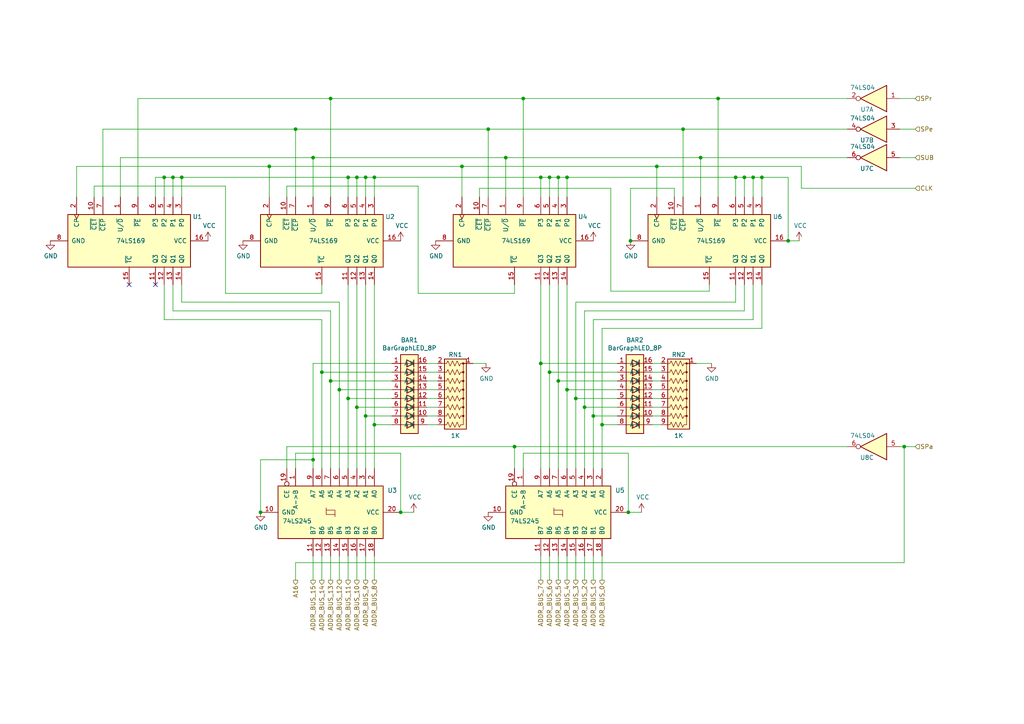
<source format=kicad_sch>
(kicad_sch (version 20211123) (generator eeschema)
  (paper "A4")
  (title_block (title "Stack Pointer") (comment 1 "SPr - Reset stack pointer registers to empty stack value") (comment 2 "SPe - increment or decrement value according to SUB") (comment 3 "SPa - write stack pointer value to address bus and activate A16"))
  (lib_symbols
    (symbol "74xx:74LS04"
      (property "Reference" "U" (at 0 1.27 0))
      (property "Value" "74LS04" (at 0 -1.27 0))
      (symbol "74LS04_1_0"
        (polyline (pts (xy -3.81 3.81) (xy -3.81 -3.81) (xy 3.81 0) (xy -3.81 3.81)) (stroke (width 0.254)) (fill (type background)))
        (pin input line (at -7.62 0 0) (length 3.81) (name "~") (number "1"))
        (pin output inverted (at 7.62 0 180) (length 3.81) (name "~") (number "2"))
      )
      (symbol "74LS04_2_0"
        (polyline (pts (xy -3.81 3.81) (xy -3.81 -3.81) (xy 3.81 0) (xy -3.81 3.81)) (stroke (width 0.254)) (fill (type background)))
        (pin input line (at -7.62 0 0) (length 3.81) (name "~") (number "3"))
        (pin output inverted (at 7.62 0 180) (length 3.81) (name "~") (number "4"))
      )
      (symbol "74LS04_3_0"
        (polyline (pts (xy -3.81 3.81) (xy -3.81 -3.81) (xy 3.81 0) (xy -3.81 3.81)) (stroke (width 0.254)) (fill (type background)))
        (pin input line (at -7.62 0 0) (length 3.81) (name "~") (number "5"))
        (pin output inverted (at 7.62 0 180) (length 3.81) (name "~") (number "6"))
      )
      (symbol "74LS04_4_0"
        (polyline (pts (xy -3.81 3.81) (xy -3.81 -3.81) (xy 3.81 0) (xy -3.81 3.81)) (stroke (width 0.254)) (fill (type background)))
        (pin output inverted (at 7.62 0 180) (length 3.81) (name "~") (number "8"))
        (pin input line (at -7.62 0 0) (length 3.81) (name "~") (number "9"))
      )
      (symbol "74LS04_5_0"
        (polyline (pts (xy -3.81 3.81) (xy -3.81 -3.81) (xy 3.81 0) (xy -3.81 3.81)) (stroke (width 0.254)) (fill (type background)))
        (pin output inverted (at 7.62 0 180) (length 3.81) (name "~") (number "10"))
        (pin input line (at -7.62 0 0) (length 3.81) (name "~") (number "11"))
      )
      (symbol "74LS04_6_0"
        (polyline (pts (xy -3.81 3.81) (xy -3.81 -3.81) (xy 3.81 0) (xy -3.81 3.81)) (stroke (width 0.254)) (fill (type background)))
        (pin output inverted (at 7.62 0 180) (length 3.81) (name "~") (number "12"))
        (pin input line (at -7.62 0 0) (length 3.81) (name "~") (number "13"))
      )
      (symbol "74LS04_7_0"
        (pin power_in line (at 0 12.7 270) (length 5.08) (name "VCC") (number "14"))
        (pin power_in line (at 0 -12.7 90) (length 5.08) (name "GND") (number "7"))
      )
      (symbol "74LS04_7_1"
        (rectangle (start -5.08 7.62) (end 5.08 -7.62) (stroke (width 0.254)) (fill (type background)))
      )
    )
    (symbol "74xx:74LS169" (pin_names (offset 1.016))
      (property "Reference" "U" (at -7.62 19.05 0))
      (property "Value" "74LS169" (at -7.62 -19.05 0))
      (symbol "74LS169_1_0"
        (pin input line (at -12.7 -2.54 0) (length 5.08) (name "U/~{D}") (number "1"))
        (pin input line (at -12.7 -10.16 0) (length 5.08) (name "~{CET}") (number "10"))
        (pin output line (at 12.7 7.62 180) (length 5.08) (name "Q3") (number "11"))
        (pin output line (at 12.7 10.16 180) (length 5.08) (name "Q2") (number "12"))
        (pin output line (at 12.7 12.7 180) (length 5.08) (name "Q1") (number "13"))
        (pin output line (at 12.7 15.24 180) (length 5.08) (name "Q0") (number "14"))
        (pin output line (at 12.7 0 180) (length 5.08) (name "~{TC}") (number "15"))
        (pin power_in line (at 0 22.86 270) (length 5.08) (name "VCC") (number "16"))
        (pin input clock (at -12.7 -15.24 0) (length 5.08) (name "CP") (number "2"))
        (pin input line (at -12.7 15.24 0) (length 5.08) (name "P0") (number "3"))
        (pin input line (at -12.7 12.7 0) (length 5.08) (name "P1") (number "4"))
        (pin input line (at -12.7 10.16 0) (length 5.08) (name "P2") (number "5"))
        (pin input line (at -12.7 7.62 0) (length 5.08) (name "P3") (number "6"))
        (pin input line (at -12.7 -7.62 0) (length 5.08) (name "~{CEP}") (number "7"))
        (pin power_in line (at 0 -22.86 90) (length 5.08) (name "GND") (number "8"))
        (pin input line (at -12.7 2.54 0) (length 5.08) (name "~{PE}") (number "9"))
      )
      (symbol "74LS169_1_1"
        (rectangle (start -7.62 17.78) (end 7.62 -17.78) (stroke (width 0.254)) (fill (type background)))
      )
    )
    (symbol "74xx:74LS245" (pin_names (offset 1.016))
      (property "Reference" "U" (at -7.62 16.51 0))
      (property "Value" "74LS245" (at -7.62 -16.51 0))
      (symbol "74LS245_1_0"
        (polyline (pts (xy -0.635 -1.27) (xy -0.635 1.27) (xy 0.635 1.27)))
        (polyline (pts (xy -1.27 -1.27) (xy 0.635 -1.27) (xy 0.635 1.27) (xy 1.27 1.27)))
        (pin input line (at -12.7 -10.16 0) (length 5.08) (name "A->B") (number "1"))
        (pin power_in line (at 0 -20.32 90) (length 5.08) (name "GND") (number "10"))
        (pin tri_state line (at 12.7 -5.08 180) (length 5.08) (name "B7") (number "11"))
        (pin tri_state line (at 12.7 -2.54 180) (length 5.08) (name "B6") (number "12"))
        (pin tri_state line (at 12.7 0 180) (length 5.08) (name "B5") (number "13"))
        (pin tri_state line (at 12.7 2.54 180) (length 5.08) (name "B4") (number "14"))
        (pin tri_state line (at 12.7 5.08 180) (length 5.08) (name "B3") (number "15"))
        (pin tri_state line (at 12.7 7.62 180) (length 5.08) (name "B2") (number "16"))
        (pin tri_state line (at 12.7 10.16 180) (length 5.08) (name "B1") (number "17"))
        (pin tri_state line (at 12.7 12.7 180) (length 5.08) (name "B0") (number "18"))
        (pin input inverted (at -12.7 -12.7 0) (length 5.08) (name "CE") (number "19"))
        (pin tri_state line (at -12.7 12.7 0) (length 5.08) (name "A0") (number "2"))
        (pin power_in line (at 0 20.32 270) (length 5.08) (name "VCC") (number "20"))
        (pin tri_state line (at -12.7 10.16 0) (length 5.08) (name "A1") (number "3"))
        (pin tri_state line (at -12.7 7.62 0) (length 5.08) (name "A2") (number "4"))
        (pin tri_state line (at -12.7 5.08 0) (length 5.08) (name "A3") (number "5"))
        (pin tri_state line (at -12.7 2.54 0) (length 5.08) (name "A4") (number "6"))
        (pin tri_state line (at -12.7 0 0) (length 5.08) (name "A5") (number "7"))
        (pin tri_state line (at -12.7 -2.54 0) (length 5.08) (name "A6") (number "8"))
        (pin tri_state line (at -12.7 -5.08 0) (length 5.08) (name "A7") (number "9"))
      )
      (symbol "74LS245_1_1"
        (rectangle (start -7.62 15.24) (end 7.62 -15.24) (stroke (width 0.254)) (fill (type background)))
      )
    )
    (symbol "Device:R_Network08_US" (pin_names (offset 0) hide)
      (property "Reference" "RN" (at -12.7 0 90))
      (property "Value" "R_Network08_US" (at 10.16 0 90))
      (symbol "R_Network08_US_0_1"
        (rectangle (start -11.43 -3.175) (end 8.89 3.175) (stroke (width 0.254)) (fill (type background)))
        (circle (center -10.16 2.286) (radius 0.254) (fill (type outline)))
        (circle (center -7.62 2.286) (radius 0.254) (fill (type outline)))
        (circle (center -5.08 2.286) (radius 0.254) (fill (type outline)))
        (circle (center -2.54 2.286) (radius 0.254) (fill (type outline)))
        (polyline (pts (xy -10.16 2.286) (xy 7.62 2.286)))
        (polyline (pts (xy -10.16 2.286) (xy -10.16 1.524) (xy -9.398 1.1684) (xy -10.922 0.508) (xy -9.398 -0.1524) (xy -10.922 -0.8382) (xy -9.398 -1.524) (xy -10.922 -2.1844) (xy -10.16 -2.54) (xy -10.16 -3.81)))
        (polyline (pts (xy -7.62 2.286) (xy -7.62 1.524) (xy -6.858 1.1684) (xy -8.382 0.508) (xy -6.858 -0.1524) (xy -8.382 -0.8382) (xy -6.858 -1.524) (xy -8.382 -2.1844) (xy -7.62 -2.54) (xy -7.62 -3.81)))
        (polyline (pts (xy -5.08 2.286) (xy -5.08 1.524) (xy -4.318 1.1684) (xy -5.842 0.508) (xy -4.318 -0.1524) (xy -5.842 -0.8382) (xy -4.318 -1.524) (xy -5.842 -2.1844) (xy -5.08 -2.54) (xy -5.08 -3.81)))
        (polyline (pts (xy -2.54 2.286) (xy -2.54 1.524) (xy -1.778 1.1684) (xy -3.302 0.508) (xy -1.778 -0.1524) (xy -3.302 -0.8382) (xy -1.778 -1.524) (xy -3.302 -2.1844) (xy -2.54 -2.54) (xy -2.54 -3.81)))
        (polyline (pts (xy 0 2.286) (xy 0 1.524) (xy 0.762 1.1684) (xy -0.762 0.508) (xy 0.762 -0.1524) (xy -0.762 -0.8382) (xy 0.762 -1.524) (xy -0.762 -2.1844) (xy 0 -2.54) (xy 0 -3.81)))
        (polyline (pts (xy 2.54 2.286) (xy 2.54 1.524) (xy 3.302 1.1684) (xy 1.778 0.508) (xy 3.302 -0.1524) (xy 1.778 -0.8382) (xy 3.302 -1.524) (xy 1.778 -2.1844) (xy 2.54 -2.54) (xy 2.54 -3.81)))
        (polyline (pts (xy 5.08 2.286) (xy 5.08 1.524) (xy 5.842 1.1684) (xy 4.318 0.508) (xy 5.842 -0.1524) (xy 4.318 -0.8382) (xy 5.842 -1.524) (xy 4.318 -2.1844) (xy 5.08 -2.54) (xy 5.08 -3.81)))
        (polyline (pts (xy 7.62 2.286) (xy 7.62 1.524) (xy 8.382 1.1684) (xy 6.858 0.508) (xy 8.382 -0.1524) (xy 6.858 -0.8382) (xy 8.382 -1.524) (xy 6.858 -2.1844) (xy 7.62 -2.54) (xy 7.62 -3.81)))
        (circle (center 0 2.286) (radius 0.254) (fill (type outline)))
        (circle (center 2.54 2.286) (radius 0.254) (fill (type outline)))
        (circle (center 5.08 2.286) (radius 0.254) (fill (type outline)))
      )
      (symbol "R_Network08_US_1_1"
        (pin passive line (at -10.16 5.08 270) (length 2.54) (name "common") (number "1"))
        (pin passive line (at -10.16 -5.08 90) (length 1.27) (name "R1") (number "2"))
        (pin passive line (at -7.62 -5.08 90) (length 1.27) (name "R2") (number "3"))
        (pin passive line (at -5.08 -5.08 90) (length 1.27) (name "R3") (number "4"))
        (pin passive line (at -2.54 -5.08 90) (length 1.27) (name "R4") (number "5"))
        (pin passive line (at 0 -5.08 90) (length 1.27) (name "R5") (number "6"))
        (pin passive line (at 2.54 -5.08 90) (length 1.27) (name "R6") (number "7"))
        (pin passive line (at 5.08 -5.08 90) (length 1.27) (name "R7") (number "8"))
        (pin passive line (at 7.62 -5.08 90) (length 1.27) (name "R8") (number "9"))
      )
    )
    (symbol "common-symbols:BarGraphLED_8P" (pin_names (offset 1.016))
      (property "Reference" "BAR" (at 0 13.97 0))
      (property "Value" "BarGraphLED_8P" (at 0 -12.065 0))
      (symbol "BarGraphLED_8P_1_1"
        (rectangle (start -2.54 12.7) (end 2.54 -10.16) (stroke (width 0.254)) (fill (type background)))
        (polyline (pts (xy -2.54 -7.62) (xy 2.54 -7.62)))
        (polyline (pts (xy -2.54 -5.08) (xy 2.54 -5.08)))
        (polyline (pts (xy -2.54 0) (xy 2.54 0)))
        (polyline (pts (xy -2.54 5.08) (xy 2.54 5.08)))
        (polyline (pts (xy -2.54 7.62) (xy 2.54 7.62)))
        (polyline (pts (xy -2.54 10.16) (xy 2.54 10.16)))
        (polyline (pts (xy 1.27 -6.604) (xy 1.27 -8.636)) (stroke (width 0.254)))
        (polyline (pts (xy 1.27 -4.064) (xy 1.27 -6.096)) (stroke (width 0.254)))
        (polyline (pts (xy 1.27 -1.524) (xy 1.27 -3.556)) (stroke (width 0.254)))
        (polyline (pts (xy 1.27 1.016) (xy 1.27 -1.016)) (stroke (width 0.254)))
        (polyline (pts (xy 1.27 3.556) (xy 1.27 1.524)) (stroke (width 0.254)))
        (polyline (pts (xy 1.27 6.096) (xy 1.27 4.064)) (stroke (width 0.254)))
        (polyline (pts (xy 1.27 8.636) (xy 1.27 6.604)) (stroke (width 0.254)))
        (polyline (pts (xy 1.27 11.176) (xy 1.27 9.144)) (stroke (width 0.254)))
        (polyline (pts (xy 2.54 -2.54) (xy -2.54 -2.54)))
        (polyline (pts (xy 2.54 2.54) (xy -2.54 2.54)))
        (polyline (pts (xy -0.762 -6.604) (xy -0.762 -8.636) (xy 1.27 -7.62) (xy -0.762 -6.604)) (stroke (width 0.254)))
        (polyline (pts (xy -0.762 -4.064) (xy -0.762 -6.096) (xy 1.27 -5.08) (xy -0.762 -4.064)) (stroke (width 0.254)))
        (polyline (pts (xy -0.762 -1.524) (xy -0.762 -3.556) (xy 1.27 -2.54) (xy -0.762 -1.524)) (stroke (width 0.254)))
        (polyline (pts (xy -0.762 1.016) (xy -0.762 -1.016) (xy 1.27 0) (xy -0.762 1.016)) (stroke (width 0.254)))
        (polyline (pts (xy -0.762 3.556) (xy -0.762 1.524) (xy 1.27 2.54) (xy -0.762 3.556)) (stroke (width 0.254)))
        (polyline (pts (xy -0.762 6.096) (xy -0.762 4.064) (xy 1.27 5.08) (xy -0.762 6.096)) (stroke (width 0.254)))
        (polyline (pts (xy -0.762 8.636) (xy -0.762 6.604) (xy 1.27 7.62) (xy -0.762 8.636)) (stroke (width 0.254)))
        (polyline (pts (xy -0.762 11.176) (xy -0.762 9.144) (xy 1.27 10.16) (xy -0.762 11.176)) (stroke (width 0.254)))
        (pin passive line (at -5.08 10.16 0) (length 2.54) (name "A") (number "1"))
        (pin passive line (at 5.08 -5.08 180) (length 2.54) (name "K") (number "10"))
        (pin passive line (at 5.08 -2.54 180) (length 2.54) (name "K") (number "11"))
        (pin passive line (at 5.08 0 180) (length 2.54) (name "K") (number "12"))
        (pin passive line (at 5.08 2.54 180) (length 2.54) (name "K") (number "13"))
        (pin passive line (at 5.08 5.08 180) (length 2.54) (name "K") (number "14"))
        (pin passive line (at 5.08 7.62 180) (length 2.54) (name "K") (number "15"))
        (pin passive line (at 5.08 10.16 180) (length 2.54) (name "K") (number "16"))
        (pin passive line (at -5.08 7.62 0) (length 2.54) (name "A") (number "2"))
        (pin passive line (at -5.08 5.08 0) (length 2.54) (name "A") (number "3"))
        (pin passive line (at -5.08 2.54 0) (length 2.54) (name "A") (number "4"))
        (pin passive line (at -5.08 0 0) (length 2.54) (name "A") (number "5"))
        (pin passive line (at -5.08 -2.54 0) (length 2.54) (name "A") (number "6"))
        (pin passive line (at -5.08 -5.08 0) (length 2.54) (name "A") (number "7"))
        (pin passive line (at -5.08 -7.62 0) (length 2.54) (name "A") (number "8"))
        (pin passive line (at 5.08 -7.62 180) (length 2.54) (name "K") (number "9"))
      )
    )
    (symbol "power:GND" (power) (pin_names (offset 0))
      (property "Value" "GND" (at 0 -3.81 0))
      (symbol "GND_0_1"
        (polyline (pts (xy 0 0) (xy 0 -1.27) (xy 1.27 -1.27) (xy 0 -2.54) (xy -1.27 -1.27) (xy 0 -1.27)))
      )
      (symbol "GND_1_1"
        (pin power_in line (at 0 0 270) (length 0) hide (name "GND") (number "1"))
      )
    )
    (symbol "power:VCC" (power) (pin_names (offset 0))
      (property "Value" "VCC" (at 0 3.81 0))
      (symbol "VCC_0_1"
        (polyline (pts (xy -0.762 1.27) (xy 0 2.54)))
        (polyline (pts (xy 0 0) (xy 0 2.54)))
        (polyline (pts (xy 0 2.54) (xy 0.762 1.27)))
      )
      (symbol "VCC_1_1"
        (pin power_in line (at 0 0 90) (length 0) hide (name "VCC") (number "1"))
      )
    )
  )
  (junction (at 174.625 123.19))
  (junction (at 133.985 48.26))
  (junction (at 50.165 51.435))
  (junction (at 161.925 51.435))
  (junction (at 262.255 129.54))
  (junction (at 78.105 48.26))
  (junction (at 213.36 51.435))
  (junction (at 156.845 51.435))
  (junction (at 100.965 51.435))
  (junction (at 103.505 51.435))
  (junction (at 141.605 37.465))
  (junction (at 164.465 51.435))
  (junction (at 220.98 51.435))
  (junction (at 52.705 51.435))
  (junction (at 182.245 148.59))
  (junction (at 169.545 118.11))
  (junction (at 95.885 110.49))
  (junction (at 208.28 28.575))
  (junction (at 159.385 107.95))
  (junction (at 90.805 133.35))
  (junction (at 47.625 51.435))
  (junction (at 218.44 51.435))
  (junction (at 215.9 51.435))
  (junction (at 75.565 148.59))
  (junction (at 159.385 51.435))
  (junction (at 156.845 105.41))
  (junction (at 103.505 118.11))
  (junction (at 182.88 69.85))
  (junction (at 172.085 120.65))
  (junction (at 106.045 51.435))
  (junction (at 90.805 45.72))
  (junction (at 98.425 113.03))
  (junction (at 95.885 28.575))
  (junction (at 167.005 115.57))
  (junction (at 93.345 107.95))
  (junction (at 106.045 120.65))
  (junction (at 164.465 113.03))
  (junction (at 198.12 37.465))
  (junction (at 151.765 28.575))
  (junction (at 108.585 123.19))
  (junction (at 203.2 45.72))
  (junction (at 228.6 69.85))
  (junction (at 149.225 129.54))
  (junction (at 100.965 115.57))
  (junction (at 190.5 48.26))
  (junction (at 161.925 110.49))
  (junction (at 146.685 45.72))
  (junction (at 85.725 37.465))
  (junction (at 116.205 148.59))
  (junction (at 108.585 51.435))
  (no_connect (at 45.085 82.55))
  (no_connect (at 37.465 82.55))
  (wire (pts (xy 159.385 51.435) (xy 161.925 51.435)))
  (wire (pts (xy 106.045 57.15) (xy 106.045 51.435)))
  (wire (pts (xy 228.6 51.435) (xy 228.6 69.85)))
  (wire (pts (xy 95.885 28.575) (xy 40.005 28.575)))
  (wire (pts (xy 90.805 133.35) (xy 75.565 133.35)))
  (wire (pts (xy 85.725 168.275) (xy 85.725 163.195)))
  (wire (pts (xy 98.425 113.03) (xy 98.425 87.63)))
  (wire (pts (xy 52.705 57.15) (xy 52.705 51.435)))
  (wire (pts (xy 75.565 133.35) (xy 75.565 148.59)))
  (wire (pts (xy 167.005 161.29) (xy 167.005 168.275)))
  (wire (pts (xy 93.345 92.71) (xy 47.625 92.71)))
  (wire (pts (xy 123.825 110.49) (xy 127 110.49)))
  (wire (pts (xy 98.425 135.89) (xy 98.425 113.03)))
  (wire (pts (xy 179.07 118.11) (xy 169.545 118.11)))
  (wire (pts (xy 83.185 53.975) (xy 83.185 57.15)))
  (wire (pts (xy 100.965 51.435) (xy 103.505 51.435)))
  (wire (pts (xy 34.925 45.72) (xy 90.805 45.72)))
  (wire (pts (xy 103.505 82.55) (xy 103.505 118.11)))
  (wire (pts (xy 100.965 115.57) (xy 100.965 135.89)))
  (wire (pts (xy 52.705 51.435) (xy 100.965 51.435)))
  (wire (pts (xy 85.725 163.195) (xy 262.255 163.195)))
  (wire (pts (xy 139.065 54.61) (xy 139.065 57.15)))
  (wire (pts (xy 189.23 123.19) (xy 191.77 123.19)))
  (wire (pts (xy 189.23 118.11) (xy 191.77 118.11)))
  (wire (pts (xy 195.58 57.15) (xy 195.58 54.61)))
  (wire (pts (xy 50.165 90.17) (xy 50.165 82.55)))
  (wire (pts (xy 232.41 48.26) (xy 232.41 54.61)))
  (wire (pts (xy 169.545 118.11) (xy 169.545 90.17)))
  (wire (pts (xy 113.665 105.41) (xy 90.805 105.41)))
  (wire (pts (xy 65.405 53.975) (xy 27.305 53.975)))
  (wire (pts (xy 106.045 120.65) (xy 106.045 135.89)))
  (wire (pts (xy 169.545 135.89) (xy 169.545 118.11)))
  (wire (pts (xy 189.23 105.41) (xy 191.77 105.41)))
  (wire (pts (xy 113.665 110.49) (xy 95.885 110.49)))
  (wire (pts (xy 29.845 57.15) (xy 29.845 37.465)))
  (wire (pts (xy 103.505 51.435) (xy 106.045 51.435)))
  (wire (pts (xy 213.36 87.63) (xy 213.36 82.55)))
  (wire (pts (xy 90.805 168.275) (xy 90.805 161.29)))
  (wire (pts (xy 164.465 113.03) (xy 164.465 135.89)))
  (wire (pts (xy 189.23 115.57) (xy 191.77 115.57)))
  (wire (pts (xy 164.465 161.29) (xy 164.465 168.275)))
  (wire (pts (xy 215.9 51.435) (xy 218.44 51.435)))
  (wire (pts (xy 159.385 107.95) (xy 159.385 135.89)))
  (wire (pts (xy 103.505 118.11) (xy 103.505 135.89)))
  (wire (pts (xy 95.885 90.17) (xy 50.165 90.17)))
  (wire (pts (xy 189.23 113.03) (xy 191.77 113.03)))
  (wire (pts (xy 78.105 57.15) (xy 78.105 48.26)))
  (wire (pts (xy 169.545 90.17) (xy 215.9 90.17)))
  (wire (pts (xy 208.28 28.575) (xy 245.745 28.575)))
  (wire (pts (xy 179.07 110.49) (xy 161.925 110.49)))
  (wire (pts (xy 213.36 51.435) (xy 213.36 57.15)))
  (wire (pts (xy 172.085 135.89) (xy 172.085 120.65)))
  (wire (pts (xy 220.98 51.435) (xy 228.6 51.435)))
  (wire (pts (xy 260.985 129.54) (xy 262.255 129.54)))
  (wire (pts (xy 29.845 37.465) (xy 85.725 37.465)))
  (wire (pts (xy 161.925 51.435) (xy 164.465 51.435)))
  (wire (pts (xy 156.845 51.435) (xy 159.385 51.435)))
  (wire (pts (xy 83.185 129.54) (xy 149.225 129.54)))
  (wire (pts (xy 151.765 28.575) (xy 95.885 28.575)))
  (wire (pts (xy 106.045 82.55) (xy 106.045 120.65)))
  (wire (pts (xy 100.965 51.435) (xy 100.965 57.15)))
  (wire (pts (xy 123.825 113.03) (xy 127 113.03)))
  (wire (pts (xy 203.2 45.72) (xy 245.745 45.72)))
  (wire (pts (xy 106.045 51.435) (xy 108.585 51.435)))
  (wire (pts (xy 208.28 28.575) (xy 208.28 57.15)))
  (wire (pts (xy 121.285 85.09) (xy 121.285 53.975)))
  (wire (pts (xy 182.245 131.445) (xy 182.245 148.59)))
  (wire (pts (xy 190.5 57.15) (xy 190.5 48.26)))
  (wire (pts (xy 215.9 90.17) (xy 215.9 82.55)))
  (wire (pts (xy 167.005 115.57) (xy 167.005 87.63)))
  (wire (pts (xy 195.58 54.61) (xy 182.88 54.61)))
  (wire (pts (xy 189.23 110.49) (xy 191.77 110.49)))
  (wire (pts (xy 40.005 28.575) (xy 40.005 57.15)))
  (wire (pts (xy 182.245 148.59) (xy 186.055 148.59)))
  (wire (pts (xy 22.225 48.26) (xy 78.105 48.26)))
  (wire (pts (xy 161.925 57.15) (xy 161.925 51.435)))
  (wire (pts (xy 220.98 57.15) (xy 220.98 51.435)))
  (wire (pts (xy 156.845 161.29) (xy 156.845 168.275)))
  (wire (pts (xy 149.225 82.55) (xy 149.225 85.09)))
  (wire (pts (xy 220.98 95.25) (xy 220.98 82.55)))
  (wire (pts (xy 27.305 53.975) (xy 27.305 57.15)))
  (wire (pts (xy 90.805 135.89) (xy 90.805 133.35)))
  (wire (pts (xy 149.225 129.54) (xy 245.745 129.54)))
  (wire (pts (xy 198.12 57.15) (xy 198.12 37.465)))
  (wire (pts (xy 93.345 82.55) (xy 93.345 85.09)))
  (wire (pts (xy 213.36 51.435) (xy 215.9 51.435)))
  (wire (pts (xy 265.43 28.575) (xy 260.985 28.575)))
  (wire (pts (xy 203.2 57.15) (xy 203.2 45.72)))
  (wire (pts (xy 103.505 57.15) (xy 103.505 51.435)))
  (wire (pts (xy 50.165 57.15) (xy 50.165 51.435)))
  (wire (pts (xy 156.845 82.55) (xy 156.845 105.41)))
  (wire (pts (xy 179.07 113.03) (xy 164.465 113.03)))
  (wire (pts (xy 146.685 45.72) (xy 203.2 45.72)))
  (wire (pts (xy 103.505 168.275) (xy 103.505 161.29)))
  (wire (pts (xy 100.965 161.29) (xy 100.965 168.275)))
  (wire (pts (xy 262.255 129.54) (xy 265.43 129.54)))
  (wire (pts (xy 93.345 135.89) (xy 93.345 107.95)))
  (wire (pts (xy 65.405 85.09) (xy 65.405 53.975)))
  (wire (pts (xy 140.97 105.41) (xy 137.16 105.41)))
  (wire (pts (xy 108.585 161.29) (xy 108.585 168.275)))
  (wire (pts (xy 164.465 51.435) (xy 164.465 57.15)))
  (wire (pts (xy 85.725 131.445) (xy 116.205 131.445)))
  (wire (pts (xy 164.465 82.55) (xy 164.465 113.03)))
  (wire (pts (xy 179.07 115.57) (xy 167.005 115.57)))
  (wire (pts (xy 232.41 54.61) (xy 265.43 54.61)))
  (wire (pts (xy 90.805 45.72) (xy 146.685 45.72)))
  (wire (pts (xy 205.74 84.455) (xy 177.165 84.455)))
  (wire (pts (xy 123.825 107.95) (xy 127 107.95)))
  (wire (pts (xy 123.825 123.19) (xy 127 123.19)))
  (wire (pts (xy 174.625 161.29) (xy 174.625 168.275)))
  (wire (pts (xy 113.665 107.95) (xy 93.345 107.95)))
  (wire (pts (xy 113.665 120.65) (xy 106.045 120.65)))
  (wire (pts (xy 22.225 57.15) (xy 22.225 48.26)))
  (wire (pts (xy 95.885 168.275) (xy 95.885 161.29)))
  (wire (pts (xy 123.825 115.57) (xy 127 115.57)))
  (wire (pts (xy 47.625 57.15) (xy 47.625 51.435)))
  (wire (pts (xy 149.225 129.54) (xy 149.225 135.89)))
  (wire (pts (xy 169.545 161.29) (xy 169.545 168.275)))
  (wire (pts (xy 189.23 107.95) (xy 191.77 107.95)))
  (wire (pts (xy 133.985 57.15) (xy 133.985 48.26)))
  (wire (pts (xy 201.93 105.41) (xy 206.375 105.41)))
  (wire (pts (xy 108.585 82.55) (xy 108.585 123.19)))
  (wire (pts (xy 108.585 57.15) (xy 108.585 51.435)))
  (wire (pts (xy 167.005 87.63) (xy 213.36 87.63)))
  (wire (pts (xy 83.185 135.89) (xy 83.185 129.54)))
  (wire (pts (xy 179.07 120.65) (xy 172.085 120.65)))
  (wire (pts (xy 174.625 123.19) (xy 174.625 95.25)))
  (wire (pts (xy 179.07 107.95) (xy 159.385 107.95)))
  (wire (pts (xy 189.23 120.65) (xy 191.77 120.65)))
  (wire (pts (xy 95.885 110.49) (xy 95.885 90.17)))
  (wire (pts (xy 98.425 168.275) (xy 98.425 161.29)))
  (wire (pts (xy 179.07 105.41) (xy 156.845 105.41)))
  (wire (pts (xy 218.44 51.435) (xy 218.44 57.15)))
  (wire (pts (xy 208.28 28.575) (xy 151.765 28.575)))
  (wire (pts (xy 133.985 48.26) (xy 190.5 48.26)))
  (wire (pts (xy 151.765 131.445) (xy 182.245 131.445)))
  (wire (pts (xy 174.625 95.25) (xy 220.98 95.25)))
  (wire (pts (xy 177.165 54.61) (xy 139.065 54.61)))
  (wire (pts (xy 245.745 37.465) (xy 198.12 37.465)))
  (wire (pts (xy 93.345 168.275) (xy 93.345 161.29)))
  (wire (pts (xy 151.765 28.575) (xy 151.765 57.15)))
  (wire (pts (xy 149.225 85.09) (xy 121.285 85.09)))
  (wire (pts (xy 141.605 37.465) (xy 198.12 37.465)))
  (wire (pts (xy 141.605 57.15) (xy 141.605 37.465)))
  (wire (pts (xy 106.045 161.29) (xy 106.045 168.275)))
  (wire (pts (xy 108.585 123.19) (xy 108.585 135.89)))
  (wire (pts (xy 146.685 57.15) (xy 146.685 45.72)))
  (wire (pts (xy 90.805 105.41) (xy 90.805 133.35)))
  (wire (pts (xy 123.825 118.11) (xy 127 118.11)))
  (wire (pts (xy 161.925 82.55) (xy 161.925 110.49)))
  (wire (pts (xy 34.925 57.15) (xy 34.925 45.72)))
  (wire (pts (xy 167.005 135.89) (xy 167.005 115.57)))
  (wire (pts (xy 95.885 135.89) (xy 95.885 110.49)))
  (wire (pts (xy 85.725 135.89) (xy 85.725 131.445)))
  (wire (pts (xy 220.98 51.435) (xy 218.44 51.435)))
  (wire (pts (xy 78.105 48.26) (xy 133.985 48.26)))
  (wire (pts (xy 260.985 45.72) (xy 265.43 45.72)))
  (wire (pts (xy 85.725 37.465) (xy 141.605 37.465)))
  (wire (pts (xy 172.085 92.71) (xy 218.44 92.71)))
  (wire (pts (xy 159.385 161.29) (xy 159.385 168.275)))
  (wire (pts (xy 177.165 84.455) (xy 177.165 54.61)))
  (wire (pts (xy 113.665 115.57) (xy 100.965 115.57)))
  (wire (pts (xy 93.345 85.09) (xy 65.405 85.09)))
  (wire (pts (xy 100.965 82.55) (xy 100.965 115.57)))
  (wire (pts (xy 161.925 161.29) (xy 161.925 168.275)))
  (wire (pts (xy 116.205 148.59) (xy 120.015 148.59)))
  (wire (pts (xy 156.845 51.435) (xy 156.845 57.15)))
  (wire (pts (xy 190.5 48.26) (xy 232.41 48.26)))
  (wire (pts (xy 164.465 51.435) (xy 213.36 51.435)))
  (wire (pts (xy 45.085 51.435) (xy 47.625 51.435)))
  (wire (pts (xy 265.43 37.465) (xy 260.985 37.465)))
  (wire (pts (xy 123.825 105.41) (xy 127 105.41)))
  (wire (pts (xy 95.885 28.575) (xy 95.885 57.15)))
  (wire (pts (xy 47.625 51.435) (xy 50.165 51.435)))
  (wire (pts (xy 113.665 118.11) (xy 103.505 118.11)))
  (wire (pts (xy 90.805 57.15) (xy 90.805 45.72)))
  (wire (pts (xy 156.845 105.41) (xy 156.845 135.89)))
  (wire (pts (xy 174.625 135.89) (xy 174.625 123.19)))
  (wire (pts (xy 50.165 51.435) (xy 52.705 51.435)))
  (wire (pts (xy 47.625 92.71) (xy 47.625 82.55)))
  (wire (pts (xy 172.085 161.29) (xy 172.085 168.275)))
  (wire (pts (xy 93.345 107.95) (xy 93.345 92.71)))
  (wire (pts (xy 159.385 57.15) (xy 159.385 51.435)))
  (wire (pts (xy 161.925 110.49) (xy 161.925 135.89)))
  (wire (pts (xy 151.765 135.89) (xy 151.765 131.445)))
  (wire (pts (xy 113.665 113.03) (xy 98.425 113.03)))
  (wire (pts (xy 159.385 82.55) (xy 159.385 107.95)))
  (wire (pts (xy 218.44 92.71) (xy 218.44 82.55)))
  (wire (pts (xy 121.285 53.975) (xy 83.185 53.975)))
  (wire (pts (xy 182.88 54.61) (xy 182.88 69.85)))
  (wire (pts (xy 123.825 120.65) (xy 127 120.65)))
  (wire (pts (xy 179.07 123.19) (xy 174.625 123.19)))
  (wire (pts (xy 85.725 57.15) (xy 85.725 37.465)))
  (wire (pts (xy 205.74 82.55) (xy 205.74 84.455)))
  (wire (pts (xy 172.085 120.65) (xy 172.085 92.71)))
  (wire (pts (xy 52.705 87.63) (xy 52.705 82.55)))
  (wire (pts (xy 116.205 131.445) (xy 116.205 148.59)))
  (wire (pts (xy 262.255 163.195) (xy 262.255 129.54)))
  (wire (pts (xy 113.665 123.19) (xy 108.585 123.19)))
  (wire (pts (xy 45.085 57.15) (xy 45.085 51.435)))
  (wire (pts (xy 108.585 51.435) (xy 156.845 51.435)))
  (wire (pts (xy 98.425 87.63) (xy 52.705 87.63)))
  (wire (pts (xy 228.6 69.85) (xy 231.775 69.85)))
  (wire (pts (xy 215.9 51.435) (xy 215.9 57.15)))
  (hierarchical_label "ADDR_BUS_12" (shape output) (at 98.425 168.275 270))
  (hierarchical_label "SPe" (shape input) (at 265.43 37.465 0))
  (hierarchical_label "SPa" (shape input) (at 265.43 129.54 0))
  (hierarchical_label "ADDR_BUS_15" (shape output) (at 90.805 168.275 270))
  (hierarchical_label "ADDR_BUS_4" (shape output) (at 164.465 168.275 270))
  (hierarchical_label "ADDR_BUS_5" (shape output) (at 161.925 168.275 270))
  (hierarchical_label "ADDR_BUS_3" (shape output) (at 167.005 168.275 270))
  (hierarchical_label "CLK" (shape input) (at 265.43 54.61 0))
  (hierarchical_label "ADDR_BUS_13" (shape output) (at 95.885 168.275 270))
  (hierarchical_label "ADDR_BUS_6" (shape output) (at 159.385 168.275 270))
  (hierarchical_label "SPr" (shape input) (at 265.43 28.575 0))
  (hierarchical_label "ADDR_BUS_0" (shape output) (at 174.625 168.275 270))
  (hierarchical_label "ADDR_BUS_10" (shape output) (at 103.505 168.275 270))
  (hierarchical_label "ADDR_BUS_11" (shape output) (at 100.965 168.275 270))
  (hierarchical_label "ADDR_BUS_14" (shape output) (at 93.345 168.275 270))
  (hierarchical_label "ADDR_BUS_2" (shape output) (at 169.545 168.275 270))
  (hierarchical_label "A16" (shape output) (at 85.725 168.275 270))
  (hierarchical_label "ADDR_BUS_8" (shape output) (at 108.585 168.275 270))
  (hierarchical_label "ADDR_BUS_7" (shape output) (at 156.845 168.275 270))
  (hierarchical_label "ADDR_BUS_9" (shape output) (at 106.045 168.275 270))
  (hierarchical_label "ADDR_BUS_1" (shape output) (at 172.085 168.275 270))
  (hierarchical_label "SUB" (shape input) (at 265.43 45.72 0))
  (symbol (lib_id "74xx:74LS169") (at 205.74 69.85 270) (unit 1)
    (property "Reference" "U6" (at 224.155 62.865 90) (effects (justify left)))
    (property "Value" "74LS169" (at 201.93 69.85 90) (effects (justify left)))
    (property "Datasheet" "http://www.ti.com/lit/gpn/sn74LS169" (effects hide))
  )
  (symbol (lib_id "74xx:74LS169") (at 149.225 69.85 270) (unit 1)
    (property "Reference" "U4" (at 167.64 62.865 90) (effects (justify left)))
    (property "Value" "74LS169" (at 145.415 69.85 90) (effects (justify left)))
    (property "Datasheet" "http://www.ti.com/lit/gpn/sn74LS169" (effects hide))
  )
  (symbol (lib_id "74xx:74LS169") (at 93.345 69.85 270) (unit 1)
    (property "Reference" "U2" (at 111.76 62.865 90) (effects (justify left)))
    (property "Value" "74LS169" (at 89.535 69.85 90) (effects (justify left)))
    (property "Datasheet" "http://www.ti.com/lit/gpn/sn74LS169" (effects hide))
  )
  (symbol (lib_id "74xx:74LS169") (at 37.465 69.85 270) (unit 1)
    (property "Reference" "U1" (at 55.88 62.865 90) (effects (justify left)))
    (property "Value" "74LS169" (at 33.655 69.85 90) (effects (justify left)))
    (property "Datasheet" "http://www.ti.com/lit/gpn/sn74LS169" (effects hide))
  )
  (symbol (lib_id "power:GND") (at 182.88 69.85 0) (unit 1)
    (property "Reference" "#PWR011" (effects hide))
    (property "Value" "GND" (at 183.007 74.2442 0))
  )
  (symbol (lib_id "power:VCC") (at 231.775 69.85 0) (unit 1)
    (property "Reference" "#PWR014" (effects hide))
    (property "Value" "VCC" (at 232.156 65.4558 0))
  )
  (symbol (lib_id "74xx:74LS04") (at 253.365 28.575 180) (unit 1)
    (property "Reference" "U7" (at 251.46 31.75 0))
    (property "Value" "74LS04" (at 250.19 25.4 0))
    (property "Datasheet" "http://www.ti.com/lit/gpn/sn74LS04" (effects hide))
  )
  (symbol (lib_id "74xx:74LS04") (at 253.365 37.465 180) (unit 2)
    (property "Reference" "U7" (at 251.46 40.64 0))
    (property "Value" "74LS04" (at 250.19 34.29 0))
    (property "Datasheet" "http://www.ti.com/lit/gpn/sn74LS04" (effects hide))
  )
  (symbol (lib_id "74xx:74LS245") (at 161.925 148.59 270) (unit 1)
    (property "Reference" "U5" (at 178.435 142.24 90) (effects (justify left)))
    (property "Value" "74LS245" (at 147.955 151.13 90) (effects (justify left)))
    (property "Datasheet" "http://www.ti.com/lit/gpn/sn74LS245" (effects hide))
  )
  (symbol (lib_id "74xx:74LS245") (at 95.885 148.59 270) (unit 1)
    (property "Reference" "U3" (at 112.395 142.24 90) (effects (justify left)))
    (property "Value" "74LS245" (at 81.915 151.13 90) (effects (justify left)))
    (property "Datasheet" "http://www.ti.com/lit/gpn/sn74LS245" (effects hide))
  )
  (symbol (lib_id "74xx:74LS04") (at 253.365 129.54 180) (unit 3)
    (property "Reference" "U8" (at 251.46 132.715 0))
    (property "Value" "74LS04" (at 250.19 126.365 0))
    (property "Datasheet" "http://www.ti.com/lit/gpn/sn74LS04" (effects hide))
  )
  (symbol (lib_id "common-symbols:BarGraphLED_8P") (at 184.15 115.57 0) (unit 1)
    (property "Reference" "BAR2" (at 184.15 98.6282 0))
    (property "Value" "BarGraphLED_8P" (at 184.15 100.9396 0))
  )
  (symbol (lib_id "common-symbols:BarGraphLED_8P") (at 118.745 115.57 0) (unit 1)
    (property "Reference" "BAR1" (at 118.745 98.6282 0))
    (property "Value" "BarGraphLED_8P" (at 118.745 100.9396 0))
  )
  (symbol (lib_id "Device:R_Network08_US") (at 196.85 115.57 270) (unit 1)
    (property "Reference" "RN2" (at 196.85 102.87 90))
    (property "Value" "1K" (at 196.85 126.365 90))
    (property "Footprint" "Resistor_THT:R_Array_SIP9" (effects hide))
    (property "Datasheet" "http://www.vishay.com/docs/31509/csc.pdf" (effects hide))
  )
  (symbol (lib_id "power:GND") (at 206.375 105.41 0) (unit 1)
    (property "Reference" "#PWR013" (effects hide))
    (property "Value" "GND" (at 206.502 109.8042 0))
  )
  (symbol (lib_id "Device:R_Network08_US") (at 132.08 115.57 270) (unit 1)
    (property "Reference" "RN1" (at 132.08 102.87 90))
    (property "Value" "1K" (at 132.08 126.365 90))
    (property "Footprint" "Resistor_THT:R_Array_SIP9" (effects hide))
    (property "Datasheet" "http://www.vishay.com/docs/31509/csc.pdf" (effects hide))
  )
  (symbol (lib_id "74xx:74LS04") (at 253.365 45.72 180) (unit 3)
    (property "Reference" "U7" (at 251.46 48.895 0))
    (property "Value" "74LS04" (at 250.19 42.545 0))
    (property "Datasheet" "http://www.ti.com/lit/gpn/sn74LS04" (effects hide))
  )
  (symbol (lib_id "power:GND") (at 140.97 105.41 0) (unit 1)
    (property "Reference" "#PWR08" (effects hide))
    (property "Value" "GND" (at 141.097 109.8042 0))
  )
  (symbol (lib_id "power:GND") (at 75.565 148.59 0) (unit 1)
    (property "Reference" "#PWR04" (effects hide))
    (property "Value" "GND" (at 75.692 152.9842 0))
  )
  (symbol (lib_id "power:GND") (at 141.605 148.59 0) (unit 1)
    (property "Reference" "#PWR09" (effects hide))
    (property "Value" "GND" (at 141.732 152.9842 0))
  )
  (symbol (lib_id "power:VCC") (at 186.055 148.59 0) (unit 1)
    (property "Reference" "#PWR012" (effects hide))
    (property "Value" "VCC" (at 186.436 144.1958 0))
  )
  (symbol (lib_id "power:VCC") (at 120.015 148.59 0) (unit 1)
    (property "Reference" "#PWR06" (effects hide))
    (property "Value" "VCC" (at 120.396 144.1958 0))
  )
  (symbol (lib_id "power:VCC") (at 172.085 69.85 0) (unit 1)
    (property "Reference" "#PWR010" (effects hide))
    (property "Value" "VCC" (at 172.466 65.4558 0))
  )
  (symbol (lib_id "power:VCC") (at 116.205 69.85 0) (unit 1)
    (property "Reference" "#PWR05" (effects hide))
    (property "Value" "VCC" (at 116.586 65.4558 0))
  )
  (symbol (lib_id "power:VCC") (at 60.325 69.85 0) (unit 1)
    (property "Reference" "#PWR02" (effects hide))
    (property "Value" "VCC" (at 60.706 65.4558 0))
  )
  (symbol (lib_id "power:GND") (at 14.605 69.85 0) (unit 1)
    (property "Reference" "#PWR01" (effects hide))
    (property "Value" "GND" (at 14.732 74.2442 0))
  )
  (symbol (lib_id "power:GND") (at 70.485 69.85 0) (unit 1)
    (property "Reference" "#PWR03" (effects hide))
    (property "Value" "GND" (at 70.612 74.2442 0))
  )
  (symbol (lib_id "power:GND") (at 126.365 69.85 0) (unit 1)
    (property "Reference" "#PWR07" (effects hide))
    (property "Value" "GND" (at 126.492 74.2442 0))
  )
)
</source>
